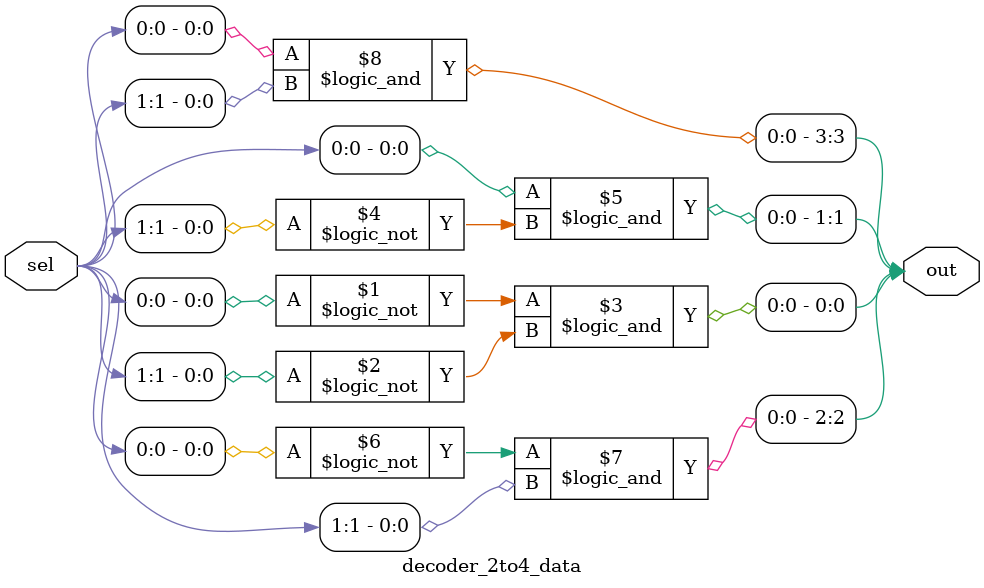
<source format=sv>
module decoder_2to4_data(
 input  logic[1:0] sel,
 output logic[3:0] out
);
 assign out[0] = (!sel[0]) && (!sel[1]);
 assign out[1] = (sel[0]) && (!sel[1]);
 assign out[2] = (!sel[0]) && (sel[1]);
 assign out[3] = (sel[0]) && (sel[1]);
endmodule
</source>
